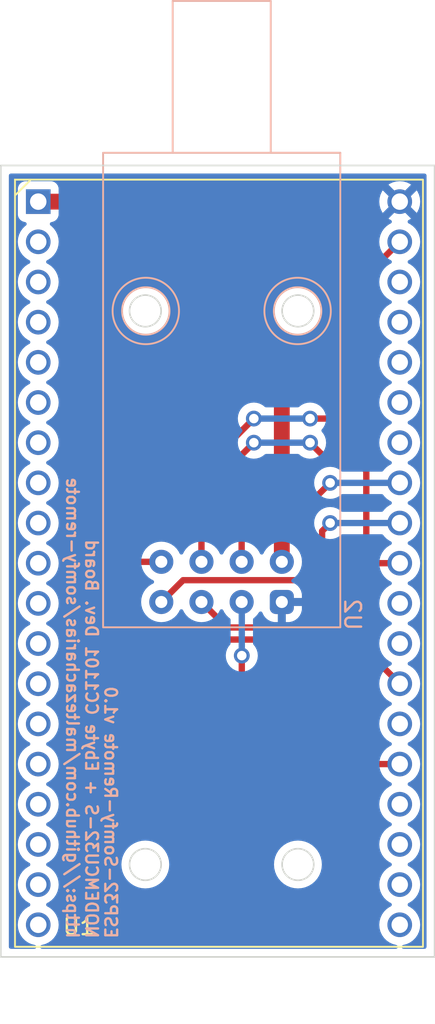
<source format=kicad_pcb>
(kicad_pcb (version 20211014) (generator pcbnew)
  (layers (0 "F.Cu" signal) (31 "B.Cu" signal) (34 "B.Paste" user) (35 "F.Paste" user) (36 "B.SilkS" user "B.Silkscreen") (37 "F.SilkS" user "F.Silkscreen") (38 "B.Mask" user) (39 "F.Mask" user) (44 "Edge.Cuts" user))
  (net 0 "")
  (net 1 "+3.3V")
  (net 10 "GND")
  (net 11 "Net-(U1-PadJ32)")
  (net 17 "Net-(U1-PadJ38)")
  (net 18 "Net-(U1-PadJ39)")
  (net 29 "Net-(U1-PadJ310)")
  (net 32 "Net-(U1-PadJ313)")
  (net 34 "Net-(U1-PadJ315)")
  (footprint "esp32-somfy-remote:MODULE_ESP32-DEVKITC-32D" (layer "F.Cu") (at 74.758 98.552)
    (fp_text reference "U1" (at -8.858 22.998) (layer "F.SilkS") (effects (font (size 1.000386 1.000386))))
    (fp_text value "ESP32-DEVKITC-32D")
    (fp_line (start -12.9 -23.25) (end -11.9 -24.25) (layer "F.SilkS") (width 0.12))
    (fp_rect (start -12.9 -24.25) (end 12.9 24.25) (layer "F.SilkS") (width 0.12) (fill none))
    (pad "J21" thru_hole rect (at -11.43 -22.86) (size 1.56 1.56) (drill 1.04) (layers *.Cu *.Mask) (net 1 "+3.3V"))
    (pad "J22" thru_hole circle (at -11.43 -20.32) (size 1.56 1.56) (drill 1.04) (layers *.Cu *.Mask))
    (pad "J23" thru_hole circle (at -11.43 -17.78) (size 1.56 1.56) (drill 1.04) (layers *.Cu *.Mask))
    (pad "J24" thru_hole circle (at -11.43 -15.24) (size 1.56 1.56) (drill 1.04) (layers *.Cu *.Mask))
    (pad "J25" thru_hole circle (at -11.43 -12.7) (size 1.56 1.56) (drill 1.04) (layers *.Cu *.Mask))
    (pad "J26" thru_hole circle (at -11.43 -10.16) (size 1.56 1.56) (drill 1.04) (layers *.Cu *.Mask))
    (pad "J27" thru_hole circle (at -11.43 -7.62) (size 1.56 1.56) (drill 1.04) (layers *.Cu *.Mask))
    (pad "J28" thru_hole circle (at -11.43 -5.08) (size 1.56 1.56) (drill 1.04) (layers *.Cu *.Mask))
    (pad "J29" thru_hole circle (at -11.43 -2.54) (size 1.56 1.56) (drill 1.04) (layers *.Cu *.Mask))
    (pad "J31" thru_hole circle (at 11.43 -22.86) (size 1.56 1.56) (drill 1.04) (layers *.Cu *.Mask) (net 10 "GND"))
    (pad "J32" thru_hole circle (at 11.43 -20.32) (size 1.56 1.56) (drill 1.04) (layers *.Cu *.Mask) (net 11 "Net-(U1-PadJ32)"))
    (pad "J33" thru_hole circle (at 11.43 -17.78) (size 1.56 1.56) (drill 1.04) (layers *.Cu *.Mask))
    (pad "J34" thru_hole circle (at 11.43 -15.24) (size 1.56 1.56) (drill 1.04) (layers *.Cu *.Mask))
    (pad "J35" thru_hole circle (at 11.43 -12.7) (size 1.56 1.56) (drill 1.04) (layers *.Cu *.Mask))
    (pad "J36" thru_hole circle (at 11.43 -10.16) (size 1.56 1.56) (drill 1.04) (layers *.Cu *.Mask))
    (pad "J37" thru_hole circle (at 11.43 -7.62) (size 1.56 1.56) (drill 1.04) (layers *.Cu *.Mask))
    (pad "J38" thru_hole circle (at 11.43 -5.08) (size 1.56 1.56) (drill 1.04) (layers *.Cu *.Mask) (net 17 "Net-(U1-PadJ38)"))
    (pad "J39" thru_hole circle (at 11.43 -2.54) (size 1.56 1.56) (drill 1.04) (layers *.Cu *.Mask) (net 18 "Net-(U1-PadJ39)"))
    (pad "J210" thru_hole circle (at -11.43 0) (size 1.56 1.56) (drill 1.04) (layers *.Cu *.Mask))
    (pad "J211" thru_hole circle (at -11.43 2.54) (size 1.56 1.56) (drill 1.04) (layers *.Cu *.Mask))
    (pad "J212" thru_hole circle (at -11.43 5.08) (size 1.56 1.56) (drill 1.04) (layers *.Cu *.Mask))
    (pad "J213" thru_hole circle (at -11.43 7.62) (size 1.56 1.56) (drill 1.04) (layers *.Cu *.Mask))
    (pad "J214" thru_hole circle (at -11.43 10.16) (size 1.56 1.56) (drill 1.04) (layers *.Cu *.Mask))
    (pad "J215" thru_hole circle (at -11.43 12.7) (size 1.56 1.56) (drill 1.04) (layers *.Cu *.Mask))
    (pad "J216" thru_hole circle (at -11.43 15.24) (size 1.56 1.56) (drill 1.04) (layers *.Cu *.Mask))
    (pad "J217" thru_hole circle (at -11.43 17.78) (size 1.56 1.56) (drill 1.04) (layers *.Cu *.Mask))
    (pad "J218" thru_hole circle (at -11.43 20.32) (size 1.56 1.56) (drill 1.04) (layers *.Cu *.Mask))
    (pad "J219" thru_hole circle (at -11.43 22.86) (size 1.56 1.56) (drill 1.04) (layers *.Cu *.Mask))
    (pad "J310" thru_hole circle (at 11.43 0) (size 1.56 1.56) (drill 1.04) (layers *.Cu *.Mask) (net 29 "Net-(U1-PadJ310)"))
    (pad "J311" thru_hole circle (at 11.43 2.54) (size 1.56 1.56) (drill 1.04) (layers *.Cu *.Mask))
    (pad "J312" thru_hole circle (at 11.43 5.08) (size 1.56 1.56) (drill 1.04) (layers *.Cu *.Mask))
    (pad "J313" thru_hole circle (at 11.43 7.62) (size 1.56 1.56) (drill 1.04) (layers *.Cu *.Mask) (net 32 "Net-(U1-PadJ313)"))
    (pad "J314" thru_hole circle (at 11.43 10.16) (size 1.56 1.56) (drill 1.04) (layers *.Cu *.Mask))
    (pad "J315" thru_hole circle (at 11.43 12.7) (size 1.56 1.56) (drill 1.04) (layers *.Cu *.Mask) (net 34 "Net-(U1-PadJ315)"))
    (pad "J316" thru_hole circle (at 11.43 15.24) (size 1.56 1.56) (drill 1.04) (layers *.Cu *.Mask))
    (pad "J317" thru_hole circle (at 11.43 17.78) (size 1.56 1.56) (drill 1.04) (layers *.Cu *.Mask))
    (pad "J318" thru_hole circle (at 11.43 20.32) (size 1.56 1.56) (drill 1.04) (layers *.Cu *.Mask))
    (pad "J319" thru_hole circle (at 11.43 22.86) (size 1.56 1.56) (drill 1.04) (layers *.Cu *.Mask))
  )
  (footprint "esp32-somfy-remote:E07-M1101D-SMA-v3" (layer "B.Cu") (at 78.73 101.004)
    (fp_text reference "U2" (at 4.47 0.796 270 unlocked) (layer "B.SilkS") (effects (justify mirror)))
    (fp_text value "E97-M110D-SMA-V3")
    (fp_line (start -11.3 -28.4) (end 3.7 -28.4) (layer "B.SilkS") (width 0.12))
    (fp_line (start -0.7 -28.4) (end -0.7 -38) (layer "B.SilkS") (width 0.12))
    (fp_line (start 3.7 -28.4) (end 3.7 1.6) (layer "B.SilkS") (width 0.12))
    (fp_line (start -11.3 1.6) (end -11.3 -28.4) (layer "B.SilkS") (width 0.12))
    (fp_line (start 3.7 -28.4) (end -0.7 -28.4) (layer "B.SilkS") (width 0.12))
    (fp_line (start -6.9 -38) (end -6.9 -28.4) (layer "B.SilkS") (width 0.12))
    (fp_line (start -0.7 -38) (end -6.9 -38) (layer "B.SilkS") (width 0.12))
    (fp_line (start 3.7 1.6) (end -11.3 1.6) (layer "B.SilkS") (width 0.12))
    (fp_circle (center -8.6 -18.4) (end -7.1 -18.4) (layer "B.SilkS") (width 0.12) (fill none))
    (fp_circle (center -8.6 -18.4) (end -6.5 -18.4) (layer "B.SilkS") (width 0.12) (fill none))
    (fp_circle (center 1 -18.4) (end 2.5 -18.4) (layer "B.SilkS") (width 0.12) (fill none))
    (fp_circle (center 1 -18.4) (end 3.1 -18.4) (layer "B.SilkS") (width 0.12) (fill none))
    (pad "1" thru_hole roundrect locked (at 0 0) (size 1.524 1.524) (drill 0.762) (layers *.Cu *.Mask) (net 10 "GND"))
    (pad "2" thru_hole circle locked (at 0 -2.54) (size 1.524 1.524) (drill 0.762) (layers *.Cu *.Mask) (net 1 "+3.3V"))
    (pad "3" thru_hole circle locked (at -2.54 0) (size 1.524 1.524) (drill 0.762) (layers *.Cu *.Mask) (net 34 "Net-(U1-PadJ315)"))
    (pad "4" thru_hole circle locked (at -2.54 -2.54) (size 1.524 1.524) (drill 0.762) (layers *.Cu *.Mask) (net 29 "Net-(U1-PadJ310)"))
    (pad "5" thru_hole circle locked (at -5.08 0) (size 1.524 1.524) (drill 0.762) (layers *.Cu *.Mask) (net 18 "Net-(U1-PadJ39)"))
    (pad "6" thru_hole circle locked (at -5.08 -2.54) (size 1.524 1.524) (drill 0.762) (layers *.Cu *.Mask) (net 11 "Net-(U1-PadJ32)"))
    (pad "7" thru_hole circle locked (at -7.62 0) (size 1.524 1.524) (drill 0.762) (layers *.Cu *.Mask) (net 17 "Net-(U1-PadJ38)"))
    (pad "8" thru_hole circle locked (at -7.62 -2.54) (size 1.524 1.524) (drill 0.762) (layers *.Cu *.Mask) (net 32 "Net-(U1-PadJ313)"))
  )
  (gr_circle (center 70.1 82.6) (end 71.1 82.6) (layer "Edge.Cuts") (width 0.1) (fill none))
  (gr_circle (center 79.75 117.6) (end 80.75 117.6) (layer "Edge.Cuts") (width 0.1) (fill none))
  (gr_circle (center 70.1 117.6) (end 71.1 117.6) (layer "Edge.Cuts") (width 0.1) (fill none))
  (gr_circle (center 79.75 82.6) (end 80.75 82.6) (layer "Edge.Cuts") (width 0.1) (fill none))
  (gr_rect (start 60.96 73.406) (end 88.392 123.444) (layer "Edge.Cuts") (width 0.1) (fill none))
  (gr_text "ESP32-Somfy-Remote v1.0\nNODEMCU32-S + Ebyte CC1101 Dev. Board\nhttps://github.com/maltezacharias/somfy-remote" (at 66.7 122.35 270) (layer "B.SilkS") (effects (font (size 0.75 0.75)) (justify left mirror)))
  (segment (start 74.422 75.692) (end 63.328 75.692) (width 1) (layer "F.Cu") (net 1))
  (segment (start 75.946 84.582) (end 75.946 77.216) (width 1) (layer "F.Cu") (net 1))
  (segment (start 78.73 87.366) (end 75.946 84.582) (width 1) (layer "F.Cu") (net 1))
  (segment (start 78.73 98.464) (end 78.73 87.366) (width 1) (layer "F.Cu") (net 1))
  (segment (start 75.946 77.216) (end 74.422 75.692) (width 1) (layer "F.Cu") (net 1))
  (segment (start 76.962 89.408) (end 73.65 92.72) (width 0.4) (layer "F.Cu") (net 11))
  (segment (start 83.15 88.3) (end 82.296 89.154) (width 0.4) (layer "F.Cu") (net 11))
  (segment (start 86.188 78.232) (end 83.15 81.27) (width 0.4) (layer "F.Cu") (net 11))
  (segment (start 83.15 87.85) (end 83.15 88.3) (width 0.4) (layer "F.Cu") (net 11))
  (segment (start 83.15 81.27) (end 83.15 87.85) (width 0.4) (layer "F.Cu") (net 11))
  (segment (start 82.296 89.154) (end 82.042 89.408) (width 0.4) (layer "F.Cu") (net 11))
  (segment (start 82.042 89.408) (end 80.518 89.408) (width 0.4) (layer "F.Cu") (net 11))
  (segment (start 73.65 92.72) (end 73.65 98.464) (width 0.4) (layer "F.Cu") (net 11))
  (via (at 76.962 89.408) (size 1) (drill 0.6) (layers "F.Cu" "B.Cu") (net 11))
  (via (at 80.518 89.408) (size 1) (drill 0.6) (layers "F.Cu" "B.Cu") (net 11))
  (segment (start 80.518 89.408) (end 76.962 89.408) (width 0.4) (layer "B.Cu") (net 11))
  (segment (start 80.264 94.996) (end 81.788 93.472) (width 0.4) (layer "F.Cu") (net 17))
  (segment (start 72.488 99.626) (end 79.698 99.626) (width 0.4) (layer "F.Cu") (net 17))
  (segment (start 71.11 101.004) (end 72.488 99.626) (width 0.4) (layer "F.Cu") (net 17))
  (segment (start 80.264 96.012) (end 80.264 94.996) (width 0.4) (layer "F.Cu") (net 17))
  (segment (start 79.698 99.626) (end 80.264 99.06) (width 0.4) (layer "F.Cu") (net 17))
  (segment (start 80.264 99.06) (end 80.264 96.012) (width 0.4) (layer "F.Cu") (net 17))
  (via (at 81.788 93.472) (size 1) (drill 0.6) (layers "F.Cu" "B.Cu") (net 17))
  (segment (start 81.788 93.472) (end 86.188 93.472) (width 0.4) (layer "B.Cu") (net 17))
  (segment (start 81.28 96.52) (end 81.788 96.012) (width 0.4) (layer "F.Cu") (net 18))
  (segment (start 81.28 100.838) (end 81.28 97.282) (width 0.4) (layer "F.Cu") (net 18))
  (segment (start 77.47 102.616) (end 79.502 102.616) (width 0.4) (layer "F.Cu") (net 18))
  (segment (start 73.65 101.004) (end 75.262 102.616) (width 0.4) (layer "F.Cu") (net 18))
  (segment (start 79.502 102.616) (end 81.28 100.838) (width 0.4) (layer "F.Cu") (net 18))
  (segment (start 75.262 102.616) (end 77.47 102.616) (width 0.4) (layer "F.Cu") (net 18))
  (segment (start 81.28 97.282) (end 81.28 96.52) (width 0.4) (layer "F.Cu") (net 18))
  (via (at 81.788 96.012) (size 1) (drill 0.6) (layers "F.Cu" "B.Cu") (net 18))
  (segment (start 81.788 96.012) (end 86.188 96.012) (width 0.4) (layer "B.Cu") (net 18))
  (segment (start 76.19 98.464) (end 76.19 91.704) (width 0.4) (layer "F.Cu") (net 29))
  (segment (start 83.312 91.948) (end 84.074 92.71) (width 0.4) (layer "F.Cu") (net 29))
  (segment (start 76.19 91.704) (end 76.962 90.932) (width 0.4) (layer "F.Cu") (net 29))
  (segment (start 84.074 92.71) (end 84.074 97.79) (width 0.4) (layer "F.Cu") (net 29))
  (segment (start 81.534 91.948) (end 83.312 91.948) (width 0.4) (layer "F.Cu") (net 29))
  (segment (start 84.074 97.79) (end 84.836 98.552) (width 0.4) (layer "F.Cu") (net 29))
  (segment (start 84.836 98.552) (end 86.188 98.552) (width 0.4) (layer "F.Cu") (net 29))
  (segment (start 80.518 90.932) (end 81.534 91.948) (width 0.4) (layer "F.Cu") (net 29))
  (via (at 80.518 90.932) (size 1) (drill 0.6) (layers "F.Cu" "B.Cu") (net 29))
  (via (at 76.962 90.932) (size 1) (drill 0.6) (layers "F.Cu" "B.Cu") (net 29))
  (segment (start 76.962 90.932) (end 80.518 90.932) (width 0.4) (layer "B.Cu") (net 29))
  (segment (start 70.358 103.378) (end 69.088 102.108) (width 0.4) (layer "F.Cu") (net 32))
  (segment (start 69.088 99.822) (end 69.088 98.806) (width 0.4) (layer "F.Cu") (net 32))
  (segment (start 73.406 103.378) (end 70.358 103.378) (width 0.4) (layer "F.Cu") (net 32))
  (segment (start 69.43 98.464) (end 71.11 98.464) (width 0.4) (layer "F.Cu") (net 32))
  (segment (start 69.088 98.806) (end 69.43 98.464) (width 0.4) (layer "F.Cu") (net 32))
  (segment (start 83.394 103.378) (end 73.406 103.378) (width 0.4) (layer "F.Cu") (net 32))
  (segment (start 86.188 106.172) (end 83.394 103.378) (width 0.4) (layer "F.Cu") (net 32))
  (segment (start 69.088 102.108) (end 69.088 99.822) (width 0.4) (layer "F.Cu") (net 32))
  (segment (start 76.2 106.426) (end 76.2 104.394) (width 0.4) (layer "F.Cu") (net 34))
  (segment (start 81.026 111.252) (end 76.2 106.426) (width 0.4) (layer "F.Cu") (net 34))
  (segment (start 86.188 111.252) (end 81.026 111.252) (width 0.4) (layer "F.Cu") (net 34))
  (via (at 76.2 104.394) (size 1) (drill 0.6) (layers "F.Cu" "B.Cu") (net 34))
  (segment (start 76.2 101.014) (end 76.19 101.004) (width 0.4) (layer "B.Cu") (net 34))
  (segment (start 76.2 104.394) (end 76.2 101.014) (width 0.4) (layer "B.Cu") (net 34))
  (zone (net 10) (net_name "GND") (layer "B.Cu") (connect_pads (clearance 0.508)) (min_thickness 0.254) (fill yes (thermal_gap 0.508) (thermal_bridge_width 0.508))
    (polygon (pts (xy 87.884 122.936) (xy 61.468 122.936) (xy 61.468 73.914) (xy 87.884 73.914)))
  )
)
</source>
